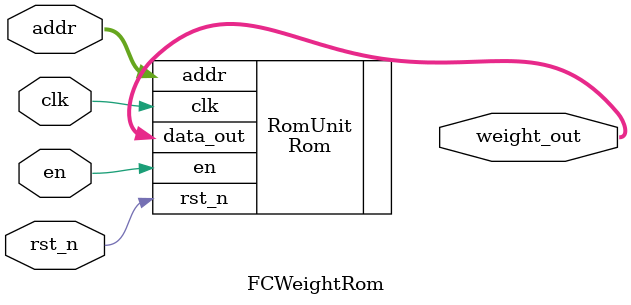
<source format=v>

module FCWeightRom #(
    //parameter PARALLEL_CHANNEL = 1,
    parameter NEURON_NUM = 10,
    parameter WEIGHT_DIM = 100,
    parameter DATA_WIDTH = 8
)(
    input clk,
    input rst_n,

    input en, 
    input [$clog2(WEIGHT_DIM * NEURON_NUM) - 1 : 0] addr,
    
    output [DATA_WIDTH - 1:0] weight_out 
);

`define INIT_FILE 

localparam ADDR_WIDTH = $clog2(WEIGHT_DIM * NEURON_NUM);

Rom #(
    .DATA_WIDTH(DATA_WIDTH),
    .DATA_DEPTH(WEIGHT_DIM * NEURON_NUM),
    .INIT_FILE(`INIT_FILE)
) RomUnit(
    .clk(clk),
    .rst_n(rst_n),
    .en(en),
    .addr(addr),
    .data_out(weight_out)
);

endmodule
</source>
